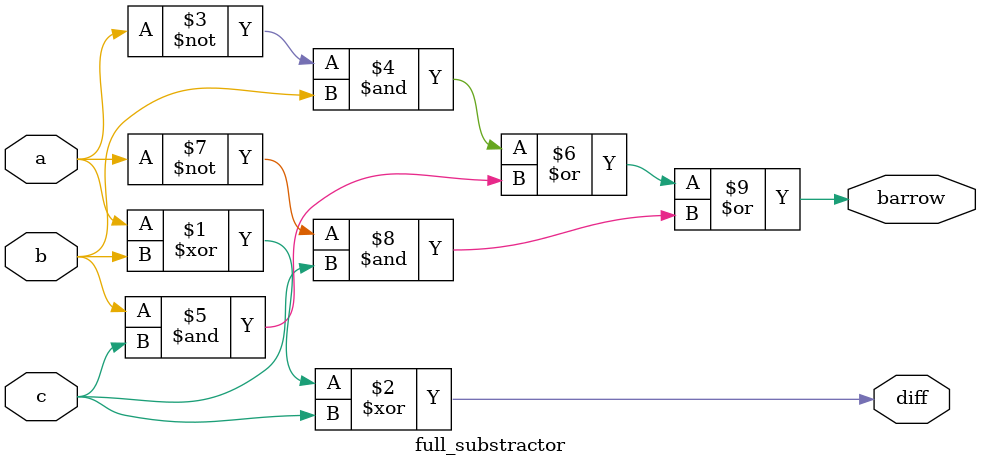
<source format=v>
`timescale 1ns / 1ps


module full_substractor(
input a,b,c,
output diff,barrow );
assign diff =a^b^c;
assign barrow=(~a)&b |(b&c)|(~a)&c;
endmodule

</source>
